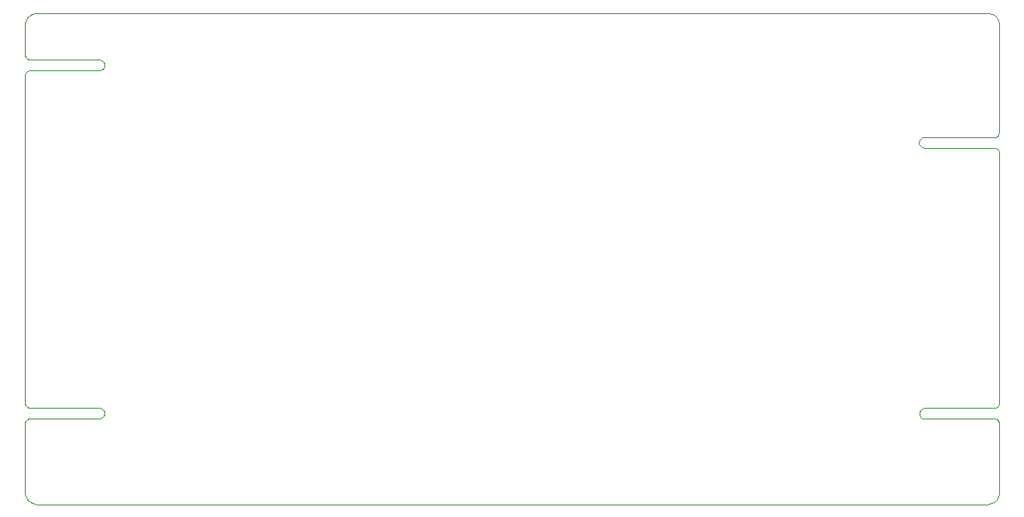
<source format=gm1>
G04*
G04 #@! TF.GenerationSoftware,Altium Limited,Altium Designer,21.0.9 (235)*
G04*
G04 Layer_Color=16711935*
%FSLAX25Y25*%
%MOIN*%
G70*
G04*
G04 #@! TF.SameCoordinates,60D4D8CC-B230-41AC-86C1-82D58538490A*
G04*
G04*
G04 #@! TF.FilePolarity,Positive*
G04*
G01*
G75*
%ADD15C,0.00394*%
D15*
X1669Y34425D02*
X834Y34201D01*
X224Y33590D01*
X0Y32756D01*
Y5003D02*
X96Y4027D01*
X381Y3089D01*
X843Y2225D01*
X1464Y1467D01*
X2222Y845D01*
X3087Y383D01*
X4025Y99D01*
X5000Y3D01*
X30116Y174761D02*
X31024Y175030D01*
X31737Y175654D01*
X32125Y176518D01*
X32116Y177465D01*
X31712Y178322D01*
X30987Y178932D01*
X30074Y179184D01*
X1833Y174761D02*
X916Y174515D01*
X245Y173845D01*
X-1Y172928D01*
X30050Y34426D02*
X30950Y34710D01*
X31650Y35344D01*
X32023Y36210D01*
X32002Y37154D01*
X31591Y38003D01*
X30863Y38605D01*
X29952Y38849D01*
X0Y40518D02*
X224Y39684D01*
X835Y39073D01*
X1669Y38849D01*
X392052Y141852D02*
X391816Y142710D01*
X391182Y143335D01*
X390321Y143559D01*
X392043Y32690D02*
X391817Y33527D01*
X391202Y34139D01*
X390365Y34362D01*
X361989Y38786D02*
X361029Y38567D01*
X360259Y37953D01*
X359832Y37066D01*
Y36082D01*
X360259Y35195D01*
X361029Y34581D01*
X361989Y34362D01*
X361946Y147984D02*
X360986Y147764D01*
X360216Y147151D01*
X359789Y146264D01*
Y145279D01*
X360216Y144392D01*
X360986Y143779D01*
X361946Y143559D01*
X-0Y180975D02*
X240Y180080D01*
X895Y179424D01*
X1791Y179184D01*
X5000Y197968D02*
X4025Y197872D01*
X3087Y197587D01*
X2222Y197125D01*
X1464Y196503D01*
X843Y195746D01*
X381Y194881D01*
X96Y193943D01*
X-0Y192968D01*
X392080D02*
X391984Y193943D01*
X391699Y194881D01*
X391237Y195746D01*
X390615Y196503D01*
X389858Y197125D01*
X388993Y197587D01*
X388055Y197872D01*
X387080Y197968D01*
X387052Y0D02*
X388027Y96D01*
X388965Y381D01*
X389829Y843D01*
X390587Y1464D01*
X391209Y2222D01*
X391671Y3087D01*
X391955Y4025D01*
X392052Y5000D01*
X390347Y38786D02*
X391195Y39013D01*
X391816Y39634D01*
X392043Y40482D01*
X390303Y147984D02*
X391177Y148218D01*
X391817Y148857D01*
X392051Y149732D01*
X1669Y34426D02*
X30050D01*
X0Y5003D02*
Y32756D01*
X5000Y-0D02*
X387052Y0D01*
X1833Y174761D02*
X30116D01*
X0Y40518D02*
Y172928D01*
X-1D02*
X0D01*
X1791Y179184D02*
X30074D01*
X1669Y38849D02*
X29952D01*
X392052Y5000D02*
Y32690D01*
X392043D02*
X392052D01*
X392047Y40482D02*
Y141852D01*
X392043Y40482D02*
X392047D01*
X390365Y34362D02*
Y34362D01*
X361989D02*
X390365D01*
X361989Y38786D02*
X390347D01*
X392043Y141852D02*
X392052D01*
X361946Y143559D02*
X390321D01*
X361946Y147984D02*
X390303D01*
X392051Y149732D02*
Y192968D01*
X392080D01*
X5000Y197968D02*
X387080D01*
X-0Y180984D02*
Y192968D01*
Y180984D02*
X0D01*
X361989Y34362D02*
Y34362D01*
M02*

</source>
